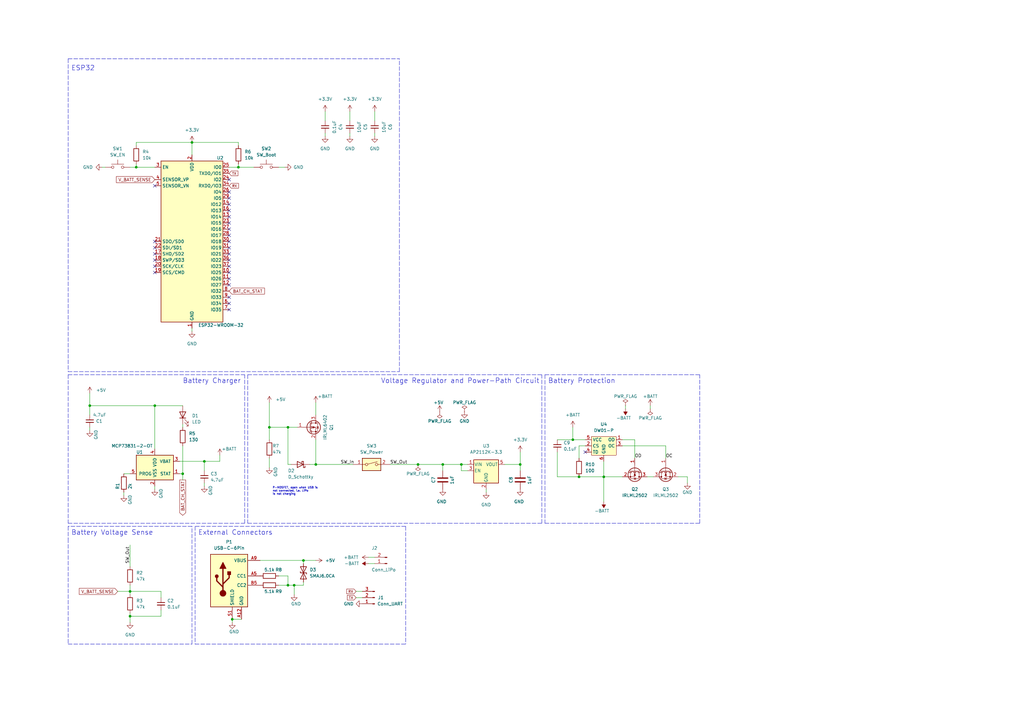
<source format=kicad_sch>
(kicad_sch (version 20211123) (generator eeschema)
  (paper "A3")
  (lib_symbols
    (symbol "Battery_Management:MCP73831-2-OT" (pin_names (offset 1.016))
      (property "Reference" "U" (at -7.62 6.35 0))
      (property "Value" "MCP73831-2-OT" (at 1.27 6.35 0))
      (symbol "MCP73831-2-OT_0_1"
        (rectangle (start -7.62 5.08) (end 7.62 -5.08) (stroke (width 0.254)) (fill (type background)))
      )
      (symbol "MCP73831-2-OT_1_1"
        (pin output line (at 10.16 -2.54 180) (length 2.54) (name "STAT") (number "1"))
        (pin power_in line (at 0 -7.62 90) (length 2.54) (name "VSS") (number "2"))
        (pin power_out line (at 10.16 2.54 180) (length 2.54) (name "VBAT") (number "3"))
        (pin power_in line (at 0 7.62 270) (length 2.54) (name "VDD") (number "4"))
        (pin input line (at -10.16 -2.54 0) (length 2.54) (name "PROG") (number "5"))
      )
    )
    (symbol "Connector:Conn_01x02_Male" (pin_names (offset 1.016) hide)
      (property "Reference" "J" (at 0 2.54 0))
      (property "Value" "Conn_01x02_Male" (at 0 -5.08 0))
      (symbol "Conn_01x02_Male_1_1"
        (polyline (pts (xy 1.27 -2.54) (xy 0.8636 -2.54)) (stroke (width 0.1524)))
        (polyline (pts (xy 1.27 0) (xy 0.8636 0)) (stroke (width 0.1524)))
        (rectangle (start 0.8636 -2.413) (end 0 -2.667) (stroke (width 0.1524)) (fill (type outline)))
        (rectangle (start 0.8636 0.127) (end 0 -0.127) (stroke (width 0.1524)) (fill (type outline)))
        (pin passive line (at 5.08 0 180) (length 3.81) (name "Pin_1") (number "1"))
        (pin passive line (at 5.08 -2.54 180) (length 3.81) (name "Pin_2") (number "2"))
      )
    )
    (symbol "Connector:Conn_01x03_Male" (pin_names (offset 1.016) hide)
      (property "Reference" "J" (at 0 5.08 0))
      (property "Value" "Conn_01x03_Male" (at 0 -5.08 0))
      (symbol "Conn_01x03_Male_1_1"
        (polyline (pts (xy 1.27 -2.54) (xy 0.8636 -2.54)) (stroke (width 0.1524)))
        (polyline (pts (xy 1.27 0) (xy 0.8636 0)) (stroke (width 0.1524)))
        (polyline (pts (xy 1.27 2.54) (xy 0.8636 2.54)) (stroke (width 0.1524)))
        (rectangle (start 0.8636 -2.413) (end 0 -2.667) (stroke (width 0.1524)) (fill (type outline)))
        (rectangle (start 0.8636 0.127) (end 0 -0.127) (stroke (width 0.1524)) (fill (type outline)))
        (rectangle (start 0.8636 2.667) (end 0 2.413) (stroke (width 0.1524)) (fill (type outline)))
        (pin passive line (at 5.08 2.54 180) (length 3.81) (name "Pin_1") (number "1"))
        (pin passive line (at 5.08 0 180) (length 3.81) (name "Pin_2") (number "2"))
        (pin passive line (at 5.08 -2.54 180) (length 3.81) (name "Pin_3") (number "3"))
      )
    )
    (symbol "Custom:DW01-P"
      (property "Reference" "U" (at -3.81 5.08 0))
      (property "Value" "DW01-P" (at 5.08 -5.08 0))
      (symbol "DW01-P_0_1"
        (rectangle (start -5.08 3.81) (end 5.08 -3.81) (fill (type background)))
      )
      (symbol "DW01-P_1_1"
        (pin output line (at 7.62 2.54 180) (length 2.54) (name "OD") (number "1"))
        (pin input line (at -7.62 0 0) (length 2.54) (name "CS") (number "2"))
        (pin output line (at 7.62 0 180) (length 2.54) (name "OC") (number "3"))
        (pin input line (at -7.62 -2.54 0) (length 2.54) (name "TD") (number "4"))
        (pin power_in line (at -7.62 2.54 0) (length 2.54) (name "VCC") (number "5"))
        (pin power_in line (at 0 -6.35 90) (length 2.54) (name "GND") (number "6"))
      )
    )
    (symbol "Custom:USB-C-6Pin"
      (property "Reference" "P" (at -7.62 11.43 0))
      (property "Value" "USB-C-6Pin" (at -2.54 13.97 0))
      (symbol "USB-C-6Pin_0_1"
        (rectangle (start -8.89 10.16) (end 6.35 -11.43) (stroke (width 0.254)) (fill (type background)))
        (circle (center -6.35 1.143) (radius 0.635) (stroke (width 0.254)) (fill (type outline)))
        (circle (center -3.81 -5.842) (radius 1.27) (fill (type outline)))
        (rectangle (start -1.905 1.778) (end -0.635 3.048) (stroke (width 0.254)) (fill (type outline)))
        (polyline (pts (xy -3.81 -5.842) (xy -3.81 4.318)) (stroke (width 0.508)))
        (polyline (pts (xy -3.81 -3.302) (xy -6.35 -0.762) (xy -6.35 0.508)) (stroke (width 0.508)))
        (polyline (pts (xy -3.81 -2.032) (xy -1.27 0.508) (xy -1.27 1.778)) (stroke (width 0.508)))
        (polyline (pts (xy -5.08 4.318) (xy -3.81 6.858) (xy -2.54 4.318) (xy -5.08 4.318)) (stroke (width 0.254)) (fill (type outline)))
      )
      (symbol "USB-C-6Pin_1_1"
        (pin passive line (at 3.81 -16.51 90) (length 5.08) (name "GND") (number "A12"))
        (pin bidirectional line (at 11.43 1.27 180) (length 5.08) (name "CC1") (number "A5"))
        (pin passive line (at 11.43 7.62 180) (length 5.08) (name "VBUS") (number "A9"))
        (pin passive line (at 3.81 -16.51 90) (length 5.08) hide (name "GND") (number "B12"))
        (pin bidirectional line (at 11.43 -2.54 180) (length 5.08) (name "CC2") (number "B5"))
        (pin passive line (at 11.43 7.62 180) (length 5.08) hide (name "VBUS") (number "B9"))
        (pin passive line (at 0 -16.51 90) (length 5.08) (name "SHIELD") (number "S1"))
      )
    )
    (symbol "Device:C" (pin_numbers hide) (pin_names (offset 0.254))
      (property "Reference" "C" (at 0.635 2.54 0))
      (property "Value" "C" (at 0.635 -2.54 0))
      (symbol "C_0_1"
        (polyline (pts (xy -2.032 -0.762) (xy 2.032 -0.762)) (stroke (width 0.508)))
        (polyline (pts (xy -2.032 0.762) (xy 2.032 0.762)) (stroke (width 0.508)))
      )
      (symbol "C_1_1"
        (pin passive line (at 0 3.81 270) (length 2.794) (name "~") (number "1"))
        (pin passive line (at 0 -3.81 90) (length 2.794) (name "~") (number "2"))
      )
    )
    (symbol "Device:C_Small" (pin_numbers hide) (pin_names (offset 0.254) hide)
      (property "Reference" "C" (at 0.254 1.778 0))
      (property "Value" "C_Small" (at 0.254 -2.032 0))
      (symbol "C_Small_0_1"
        (polyline (pts (xy -1.524 -0.508) (xy 1.524 -0.508)) (stroke (width 0.3302)))
        (polyline (pts (xy -1.524 0.508) (xy 1.524 0.508)) (stroke (width 0.3048)))
      )
      (symbol "C_Small_1_1"
        (pin passive line (at 0 2.54 270) (length 2.032) (name "~") (number "1"))
        (pin passive line (at 0 -2.54 90) (length 2.032) (name "~") (number "2"))
      )
    )
    (symbol "Device:D_Schottky" (pin_numbers hide) (pin_names (offset 1.016) hide)
      (property "Reference" "D" (at 0 2.54 0))
      (property "Value" "D_Schottky" (at 0 -2.54 0))
      (symbol "D_Schottky_0_1"
        (polyline (pts (xy 1.27 0) (xy -1.27 0)))
        (polyline (pts (xy 1.27 1.27) (xy 1.27 -1.27) (xy -1.27 0) (xy 1.27 1.27)) (stroke (width 0.254)))
        (polyline (pts (xy -1.905 0.635) (xy -1.905 1.27) (xy -1.27 1.27) (xy -1.27 -1.27) (xy -0.635 -1.27) (xy -0.635 -0.635)) (stroke (width 0.254)))
      )
      (symbol "D_Schottky_1_1"
        (pin passive line (at -3.81 0 0) (length 2.54) (name "K") (number "1"))
        (pin passive line (at 3.81 0 180) (length 2.54) (name "A") (number "2"))
      )
    )
    (symbol "Device:D_TVS" (pin_numbers hide) (pin_names (offset 1.016) hide)
      (property "Reference" "D" (at 0 2.54 0))
      (property "Value" "D_TVS" (at 0 -2.54 0))
      (symbol "D_TVS_0_1"
        (polyline (pts (xy 1.27 0) (xy -1.27 0)))
        (polyline (pts (xy 0.508 1.27) (xy 0 1.27) (xy 0 -1.27) (xy -0.508 -1.27)) (stroke (width 0.254)))
        (polyline (pts (xy -2.54 1.27) (xy -2.54 -1.27) (xy 2.54 1.27) (xy 2.54 -1.27) (xy -2.54 1.27)) (stroke (width 0.254)))
      )
      (symbol "D_TVS_1_1"
        (pin passive line (at -3.81 0 0) (length 2.54) (name "A1") (number "1"))
        (pin passive line (at 3.81 0 180) (length 2.54) (name "A2") (number "2"))
      )
    )
    (symbol "Device:LED" (pin_numbers hide) (pin_names (offset 1.016) hide)
      (property "Reference" "D" (at 0 2.54 0))
      (property "Value" "LED" (at 0 -2.54 0))
      (symbol "LED_0_1"
        (polyline (pts (xy -1.27 -1.27) (xy -1.27 1.27)) (stroke (width 0.254)))
        (polyline (pts (xy -1.27 0) (xy 1.27 0)))
        (polyline (pts (xy 1.27 -1.27) (xy 1.27 1.27) (xy -1.27 0) (xy 1.27 -1.27)) (stroke (width 0.254)))
        (polyline (pts (xy -3.048 -0.762) (xy -4.572 -2.286) (xy -3.81 -2.286) (xy -4.572 -2.286) (xy -4.572 -1.524)))
        (polyline (pts (xy -1.778 -0.762) (xy -3.302 -2.286) (xy -2.54 -2.286) (xy -3.302 -2.286) (xy -3.302 -1.524)))
      )
      (symbol "LED_1_1"
        (pin passive line (at -3.81 0 0) (length 2.54) (name "K") (number "1"))
        (pin passive line (at 3.81 0 180) (length 2.54) (name "A") (number "2"))
      )
    )
    (symbol "Device:Q_NMOS_GSD" (pin_names (offset 0) hide)
      (property "Reference" "Q" (at 5.08 1.27 0))
      (property "Value" "Q_NMOS_GSD" (at 5.08 -1.27 0))
      (symbol "Q_NMOS_GSD_0_1"
        (polyline (pts (xy 0.254 0) (xy -2.54 0)))
        (polyline (pts (xy 0.254 1.905) (xy 0.254 -1.905)) (stroke (width 0.254)))
        (polyline (pts (xy 0.762 -1.27) (xy 0.762 -2.286)) (stroke (width 0.254)))
        (polyline (pts (xy 0.762 0.508) (xy 0.762 -0.508)) (stroke (width 0.254)))
        (polyline (pts (xy 0.762 2.286) (xy 0.762 1.27)) (stroke (width 0.254)))
        (polyline (pts (xy 2.54 2.54) (xy 2.54 1.778)))
        (polyline (pts (xy 2.54 -2.54) (xy 2.54 0) (xy 0.762 0)))
        (polyline (pts (xy 0.762 -1.778) (xy 3.302 -1.778) (xy 3.302 1.778) (xy 0.762 1.778)))
        (polyline (pts (xy 1.016 0) (xy 2.032 0.381) (xy 2.032 -0.381) (xy 1.016 0)) (fill (type outline)))
        (polyline (pts (xy 2.794 0.508) (xy 2.921 0.381) (xy 3.683 0.381) (xy 3.81 0.254)))
        (polyline (pts (xy 3.302 0.381) (xy 2.921 -0.254) (xy 3.683 -0.254) (xy 3.302 0.381)))
        (circle (center 1.651 0) (radius 2.794) (stroke (width 0.254)))
        (circle (center 2.54 -1.778) (radius 0.254) (fill (type outline)))
        (circle (center 2.54 1.778) (radius 0.254) (fill (type outline)))
      )
      (symbol "Q_NMOS_GSD_1_1"
        (pin input line (at -5.08 0 0) (length 2.54) (name "G") (number "1"))
        (pin passive line (at 2.54 -5.08 90) (length 2.54) (name "S") (number "2"))
        (pin passive line (at 2.54 5.08 270) (length 2.54) (name "D") (number "3"))
      )
    )
    (symbol "Device:R" (pin_numbers hide) (pin_names (offset 0))
      (property "Reference" "R" (at 2.032 0 90))
      (property "Value" "R" (at 0 0 90))
      (symbol "R_0_1"
        (rectangle (start -1.016 -2.54) (end 1.016 2.54) (stroke (width 0.254)))
      )
      (symbol "R_1_1"
        (pin passive line (at 0 3.81 270) (length 1.27) (name "~") (number "1"))
        (pin passive line (at 0 -3.81 90) (length 1.27) (name "~") (number "2"))
      )
    )
    (symbol "RF_Module:ESP32-WROOM-32"
      (property "Reference" "U" (at -12.7 34.29 0))
      (property "Value" "ESP32-WROOM-32" (at 1.27 34.29 0))
      (symbol "ESP32-WROOM-32_0_1"
        (rectangle (start -12.7 33.02) (end 12.7 -33.02) (stroke (width 0.254)) (fill (type background)))
      )
      (symbol "ESP32-WROOM-32_1_1"
        (pin power_in line (at 0 -35.56 90) (length 2.54) (name "GND") (number "1"))
        (pin bidirectional line (at 15.24 -12.7 180) (length 2.54) (name "IO25") (number "10"))
        (pin bidirectional line (at 15.24 -15.24 180) (length 2.54) (name "IO26") (number "11"))
        (pin bidirectional line (at 15.24 -17.78 180) (length 2.54) (name "IO27") (number "12"))
        (pin bidirectional line (at 15.24 10.16 180) (length 2.54) (name "IO14") (number "13"))
        (pin bidirectional line (at 15.24 15.24 180) (length 2.54) (name "IO12") (number "14"))
        (pin passive line (at 0 -35.56 90) (length 2.54) hide (name "GND") (number "15"))
        (pin bidirectional line (at 15.24 12.7 180) (length 2.54) (name "IO13") (number "16"))
        (pin bidirectional line (at -15.24 -5.08 0) (length 2.54) (name "SHD/SD2") (number "17"))
        (pin bidirectional line (at -15.24 -7.62 0) (length 2.54) (name "SWP/SD3") (number "18"))
        (pin bidirectional line (at -15.24 -12.7 0) (length 2.54) (name "SCS/CMD") (number "19"))
        (pin power_in line (at 0 35.56 270) (length 2.54) (name "VDD") (number "2"))
        (pin bidirectional line (at -15.24 -10.16 0) (length 2.54) (name "SCK/CLK") (number "20"))
        (pin bidirectional line (at -15.24 0 0) (length 2.54) (name "SDO/SD0") (number "21"))
        (pin bidirectional line (at -15.24 -2.54 0) (length 2.54) (name "SDI/SD1") (number "22"))
        (pin bidirectional line (at 15.24 7.62 180) (length 2.54) (name "IO15") (number "23"))
        (pin bidirectional line (at 15.24 25.4 180) (length 2.54) (name "IO2") (number "24"))
        (pin bidirectional line (at 15.24 30.48 180) (length 2.54) (name "IO0") (number "25"))
        (pin bidirectional line (at 15.24 20.32 180) (length 2.54) (name "IO4") (number "26"))
        (pin bidirectional line (at 15.24 5.08 180) (length 2.54) (name "IO16") (number "27"))
        (pin bidirectional line (at 15.24 2.54 180) (length 2.54) (name "IO17") (number "28"))
        (pin bidirectional line (at 15.24 17.78 180) (length 2.54) (name "IO5") (number "29"))
        (pin input line (at -15.24 30.48 0) (length 2.54) (name "EN") (number "3"))
        (pin bidirectional line (at 15.24 0 180) (length 2.54) (name "IO18") (number "30"))
        (pin bidirectional line (at 15.24 -2.54 180) (length 2.54) (name "IO19") (number "31"))
        (pin no_connect line (at -12.7 -27.94 0) (length 2.54) hide (name "NC") (number "32"))
        (pin bidirectional line (at 15.24 -5.08 180) (length 2.54) (name "IO21") (number "33"))
        (pin bidirectional line (at 15.24 22.86 180) (length 2.54) (name "RXD0/IO3") (number "34"))
        (pin bidirectional line (at 15.24 27.94 180) (length 2.54) (name "TXD0/IO1") (number "35"))
        (pin bidirectional line (at 15.24 -7.62 180) (length 2.54) (name "IO22") (number "36"))
        (pin bidirectional line (at 15.24 -10.16 180) (length 2.54) (name "IO23") (number "37"))
        (pin passive line (at 0 -35.56 90) (length 2.54) hide (name "GND") (number "38"))
        (pin passive line (at 0 -35.56 90) (length 2.54) hide (name "GND") (number "39"))
        (pin input line (at -15.24 25.4 0) (length 2.54) (name "SENSOR_VP") (number "4"))
        (pin input line (at -15.24 22.86 0) (length 2.54) (name "SENSOR_VN") (number "5"))
        (pin input line (at 15.24 -25.4 180) (length 2.54) (name "IO34") (number "6"))
        (pin input line (at 15.24 -27.94 180) (length 2.54) (name "IO35") (number "7"))
        (pin bidirectional line (at 15.24 -20.32 180) (length 2.54) (name "IO32") (number "8"))
        (pin bidirectional line (at 15.24 -22.86 180) (length 2.54) (name "IO33") (number "9"))
      )
    )
    (symbol "Regulator_Linear:AP2112K-3.3" (pin_names (offset 0.254))
      (property "Reference" "U" (at -5.08 5.715 0))
      (property "Value" "AP2112K-3.3" (at 0 5.715 0))
      (symbol "AP2112K-3.3_0_1"
        (rectangle (start -5.08 4.445) (end 5.08 -5.08) (stroke (width 0.254)) (fill (type background)))
      )
      (symbol "AP2112K-3.3_1_1"
        (pin power_in line (at -7.62 2.54 0) (length 2.54) (name "VIN") (number "1"))
        (pin power_in line (at 0 -7.62 90) (length 2.54) (name "GND") (number "2"))
        (pin input line (at -7.62 0 0) (length 2.54) (name "EN") (number "3"))
        (pin no_connect line (at 5.08 0 180) (length 2.54) hide (name "NC") (number "4"))
        (pin power_out line (at 7.62 2.54 180) (length 2.54) (name "VOUT") (number "5"))
      )
    )
    (symbol "Switch:SW_DIP_x01" (pin_names (offset 0) hide)
      (property "Reference" "SW" (at 0 3.81 0))
      (property "Value" "SW_DIP_x01" (at 0 -3.81 0))
      (symbol "SW_DIP_x01_0_0"
        (circle (center -2.032 0) (radius 0.508))
        (polyline (pts (xy -1.524 0.127) (xy 2.3622 1.1684)))
        (circle (center 2.032 0) (radius 0.508))
      )
      (symbol "SW_DIP_x01_0_1"
        (rectangle (start -3.81 2.54) (end 3.81 -2.54) (stroke (width 0.254)) (fill (type background)))
      )
      (symbol "SW_DIP_x01_1_1"
        (pin passive line (at -7.62 0 0) (length 5.08) (name "~") (number "1"))
        (pin passive line (at 7.62 0 180) (length 5.08) (name "~") (number "2"))
      )
    )
    (symbol "Switch:SW_Push" (pin_numbers hide) (pin_names (offset 1.016) hide)
      (property "Reference" "SW" (at 1.27 2.54 0))
      (property "Value" "SW_Push" (at 0 -1.524 0))
      (symbol "SW_Push_0_1"
        (circle (center -2.032 0) (radius 0.508))
        (polyline (pts (xy 0 1.27) (xy 0 3.048)))
        (polyline (pts (xy 2.54 1.27) (xy -2.54 1.27)))
        (circle (center 2.032 0) (radius 0.508))
        (pin passive line (at -5.08 0 0) (length 2.54) (name "1") (number "1"))
        (pin passive line (at 5.08 0 180) (length 2.54) (name "2") (number "2"))
      )
    )
    (symbol "Transistor_FET:IRLML6402" (pin_names hide)
      (property "Reference" "Q" (at 5.08 1.905 0))
      (property "Value" "IRLML6402" (at 5.08 0 0))
      (symbol "IRLML6402_0_1"
        (polyline (pts (xy 0.254 0) (xy -2.54 0)))
        (polyline (pts (xy 0.254 1.905) (xy 0.254 -1.905)) (stroke (width 0.254)))
        (polyline (pts (xy 0.762 -1.27) (xy 0.762 -2.286)) (stroke (width 0.254)))
        (polyline (pts (xy 0.762 0.508) (xy 0.762 -0.508)) (stroke (width 0.254)))
        (polyline (pts (xy 0.762 2.286) (xy 0.762 1.27)) (stroke (width 0.254)))
        (polyline (pts (xy 2.54 2.54) (xy 2.54 1.778)))
        (polyline (pts (xy 2.54 -2.54) (xy 2.54 0) (xy 0.762 0)))
        (polyline (pts (xy 0.762 1.778) (xy 3.302 1.778) (xy 3.302 -1.778) (xy 0.762 -1.778)))
        (polyline (pts (xy 2.286 0) (xy 1.27 0.381) (xy 1.27 -0.381) (xy 2.286 0)) (fill (type outline)))
        (polyline (pts (xy 2.794 -0.508) (xy 2.921 -0.381) (xy 3.683 -0.381) (xy 3.81 -0.254)))
        (polyline (pts (xy 3.302 -0.381) (xy 2.921 0.254) (xy 3.683 0.254) (xy 3.302 -0.381)))
        (circle (center 1.651 0) (radius 2.794) (stroke (width 0.254)))
        (circle (center 2.54 -1.778) (radius 0.254) (fill (type outline)))
        (circle (center 2.54 1.778) (radius 0.254) (fill (type outline)))
      )
      (symbol "IRLML6402_1_1"
        (pin input line (at -5.08 0 0) (length 2.54) (name "G") (number "1"))
        (pin passive line (at 2.54 -5.08 90) (length 2.54) (name "S") (number "2"))
        (pin passive line (at 2.54 5.08 270) (length 2.54) (name "D") (number "3"))
      )
    )
    (symbol "power:+3.3V" (power) (pin_names (offset 0))
      (property "Value" "+3.3V" (at 0 3.556 0))
      (symbol "+3.3V_0_1"
        (polyline (pts (xy -0.762 1.27) (xy 0 2.54)))
        (polyline (pts (xy 0 0) (xy 0 2.54)))
        (polyline (pts (xy 0 2.54) (xy 0.762 1.27)))
      )
      (symbol "+3.3V_1_1"
        (pin power_in line (at 0 0 90) (length 0) hide (name "+3.3V") (number "1"))
      )
    )
    (symbol "power:+5V" (power) (pin_names (offset 0))
      (property "Value" "+5V" (at 0 3.556 0))
      (symbol "+5V_0_1"
        (polyline (pts (xy -0.762 1.27) (xy 0 2.54)))
        (polyline (pts (xy 0 0) (xy 0 2.54)))
        (polyline (pts (xy 0 2.54) (xy 0.762 1.27)))
      )
      (symbol "+5V_1_1"
        (pin power_in line (at 0 0 90) (length 0) hide (name "+5V") (number "1"))
      )
    )
    (symbol "power:+BATT" (power) (pin_names (offset 0))
      (property "Value" "+BATT" (at 0 3.556 0))
      (symbol "+BATT_0_1"
        (polyline (pts (xy -0.762 1.27) (xy 0 2.54)))
        (polyline (pts (xy 0 0) (xy 0 2.54)))
        (polyline (pts (xy 0 2.54) (xy 0.762 1.27)))
      )
      (symbol "+BATT_1_1"
        (pin power_in line (at 0 0 90) (length 0) hide (name "+BATT") (number "1"))
      )
    )
    (symbol "power:-BATT" (power) (pin_names (offset 0))
      (property "Value" "-BATT" (at 0 3.556 0))
      (symbol "-BATT_0_1"
        (polyline (pts (xy 0 0) (xy 0 2.54)))
        (polyline (pts (xy 0.762 1.27) (xy -0.762 1.27) (xy 0 2.54) (xy 0.762 1.27)) (fill (type outline)))
      )
      (symbol "-BATT_1_1"
        (pin power_in line (at 0 0 90) (length 0) hide (name "-BATT") (number "1"))
      )
    )
    (symbol "power:GND" (power) (pin_names (offset 0))
      (property "Value" "GND" (at 0 -3.81 0))
      (symbol "GND_0_1"
        (polyline (pts (xy 0 0) (xy 0 -1.27) (xy 1.27 -1.27) (xy 0 -2.54) (xy -1.27 -1.27) (xy 0 -1.27)))
      )
      (symbol "GND_1_1"
        (pin power_in line (at 0 0 270) (length 0) hide (name "GND") (number "1"))
      )
    )
    (symbol "power:PWR_FLAG" (power) (pin_numbers hide) (pin_names (offset 0) hide)
      (property "Value" "PWR_FLAG" (at 0 3.81 0))
      (symbol "PWR_FLAG_0_0"
        (pin power_out line (at 0 0 90) (length 0) (name "pwr") (number "1"))
      )
      (symbol "PWR_FLAG_0_1"
        (polyline (pts (xy 0 0) (xy 0 1.27) (xy -1.016 1.905) (xy 0 2.54) (xy 1.016 1.905) (xy 0 1.27)))
      )
    )
  )
  (junction (at 247.65 195.58))
  (junction (at 78.74 58.42))
  (junction (at 213.36 190.5))
  (junction (at 95.25 254))
  (junction (at 124.46 229.87))
  (junction (at 118.11 175.26))
  (junction (at 118.11 240.03))
  (junction (at 97.79 68.58))
  (junction (at 171.45 190.5))
  (junction (at 129.54 190.5))
  (junction (at 110.49 175.26))
  (junction (at 53.34 252.73))
  (junction (at 36.83 166.37))
  (junction (at 120.65 240.03))
  (junction (at 234.95 180.34))
  (junction (at 74.93 194.31))
  (junction (at 63.5 166.37))
  (junction (at 237.49 195.58))
  (junction (at 53.34 242.57))
  (junction (at 181.61 190.5))
  (junction (at 83.82 189.23))
  (junction (at 189.23 190.5))
  (junction (at 55.88 68.58))
  (no_connect (at 93.98 91.44))
  (no_connect (at 93.98 88.9))
  (no_connect (at 93.98 83.82))
  (no_connect (at 93.98 73.66))
  (no_connect (at 63.5 76.2))
  (no_connect (at 63.5 106.68))
  (no_connect (at 63.5 109.22))
  (no_connect (at 63.5 111.76))
  (no_connect (at 63.5 104.14))
  (no_connect (at 63.5 99.06))
  (no_connect (at 63.5 101.6))
  (no_connect (at 93.98 116.84))
  (no_connect (at 93.98 121.92))
  (no_connect (at 93.98 124.46))
  (no_connect (at 93.98 127))
  (no_connect (at 93.98 81.28))
  (no_connect (at 93.98 93.98))
  (no_connect (at 93.98 86.36))
  (no_connect (at 93.98 101.6))
  (no_connect (at 93.98 114.3))
  (no_connect (at 240.03 185.42))
  (no_connect (at 93.98 106.68))
  (no_connect (at 93.98 109.22))
  (no_connect (at 93.98 111.76))
  (no_connect (at 93.98 99.06))
  (no_connect (at 93.98 78.74))
  (no_connect (at 93.98 96.52))
  (no_connect (at 93.98 104.14))
  (wire (pts (xy 78.74 134.62) (xy 78.74 135.89)))
  (wire (pts (xy 247.65 195.58) (xy 255.27 195.58)))
  (wire (pts (xy 53.34 68.58) (xy 55.88 68.58)))
  (wire (pts (xy 53.34 242.57) (xy 53.34 243.84)))
  (wire (pts (xy 74.93 182.88) (xy 74.93 194.31)))
  (polyline (pts (xy 166.37 215.9) (xy 80.01 215.9)))
  (polyline (pts (xy 27.94 264.16) (xy 78.74 264.16)))
  (wire (pts (xy 63.5 166.37) (xy 74.93 166.37)))
  (wire (pts (xy 110.49 165.1) (xy 110.49 175.26)))
  (wire (pts (xy 110.49 175.26) (xy 110.49 180.34)))
  (polyline (pts (xy 223.52 214.63) (xy 287.02 214.63)))
  (wire (pts (xy 228.6 195.58) (xy 237.49 195.58)))
  (wire (pts (xy 234.95 180.34) (xy 240.03 180.34)))
  (wire (pts (xy 95.25 254) (xy 99.06 254)))
  (wire (pts (xy 181.61 190.5) (xy 189.23 190.5)))
  (wire (pts (xy 93.98 68.58) (xy 97.79 68.58)))
  (wire (pts (xy 153.67 45.72) (xy 153.67 49.53)))
  (wire (pts (xy 95.25 254) (xy 95.25 255.27)))
  (polyline (pts (xy 101.6 153.67) (xy 101.6 214.63)))
  (wire (pts (xy 114.3 68.58) (xy 116.84 68.58)))
  (wire (pts (xy 83.82 198.12) (xy 83.82 199.39)))
  (wire (pts (xy 118.11 190.5) (xy 118.11 175.26)))
  (wire (pts (xy 146.05 245.11) (xy 148.59 245.11)))
  (wire (pts (xy 273.05 182.88) (xy 273.05 187.96)))
  (polyline (pts (xy 287.02 214.63) (xy 287.02 153.67)))
  (wire (pts (xy 281.94 198.12) (xy 281.94 195.58)))
  (polyline (pts (xy 27.94 153.67) (xy 100.33 153.67)))
  (polyline (pts (xy 80.01 215.9) (xy 80.01 264.16)))
  (polyline (pts (xy 163.83 152.4) (xy 163.83 24.13)))
  (wire (pts (xy 151.13 228.6) (xy 153.67 228.6)))
  (polyline (pts (xy 223.52 153.67) (xy 223.52 214.63)))
  (wire (pts (xy 119.38 190.5) (xy 118.11 190.5)))
  (wire (pts (xy 247.65 205.74) (xy 247.65 195.58)))
  (wire (pts (xy 78.74 58.42) (xy 78.74 63.5)))
  (polyline (pts (xy 101.6 214.63) (xy 222.25 214.63)))
  (wire (pts (xy 143.51 45.72) (xy 143.51 49.53)))
  (polyline (pts (xy 27.94 24.13) (xy 27.94 152.4)))
  (wire (pts (xy 189.23 190.5) (xy 191.77 190.5)))
  (wire (pts (xy 53.34 240.03) (xy 53.34 242.57)))
  (wire (pts (xy 129.54 190.5) (xy 144.78 190.5)))
  (wire (pts (xy 133.35 55.88) (xy 133.35 54.61)))
  (wire (pts (xy 255.27 180.34) (xy 260.35 180.34)))
  (wire (pts (xy 124.46 238.76) (xy 124.46 240.03)))
  (wire (pts (xy 97.79 67.31) (xy 97.79 68.58)))
  (wire (pts (xy 63.5 166.37) (xy 63.5 184.15)))
  (wire (pts (xy 124.46 240.03) (xy 120.65 240.03)))
  (polyline (pts (xy 166.37 215.9) (xy 166.37 264.16)))
  (wire (pts (xy 55.88 67.31) (xy 55.88 68.58)))
  (wire (pts (xy 36.83 166.37) (xy 36.83 170.18)))
  (wire (pts (xy 50.8 194.31) (xy 53.34 194.31)))
  (polyline (pts (xy 101.6 153.67) (xy 222.25 153.67)))
  (wire (pts (xy 83.82 193.04) (xy 83.82 189.23)))
  (wire (pts (xy 260.35 180.34) (xy 260.35 187.96)))
  (wire (pts (xy 114.3 236.22) (xy 118.11 236.22)))
  (polyline (pts (xy 27.94 24.13) (xy 163.83 24.13)))
  (wire (pts (xy 181.61 190.5) (xy 181.61 193.04)))
  (wire (pts (xy 151.13 231.14) (xy 153.67 231.14)))
  (polyline (pts (xy 78.74 215.9) (xy 27.94 215.9)))
  (wire (pts (xy 48.26 242.57) (xy 53.34 242.57)))
  (wire (pts (xy 73.66 194.31) (xy 74.93 194.31)))
  (wire (pts (xy 124.46 229.87) (xy 129.54 229.87)))
  (wire (pts (xy 53.34 223.52) (xy 53.34 232.41)))
  (wire (pts (xy 114.3 240.03) (xy 118.11 240.03)))
  (wire (pts (xy 50.8 201.93) (xy 50.8 203.2)))
  (wire (pts (xy 53.34 252.73) (xy 66.04 252.73)))
  (wire (pts (xy 120.65 240.03) (xy 120.65 243.84)))
  (wire (pts (xy 255.27 182.88) (xy 273.05 182.88)))
  (wire (pts (xy 247.65 189.23) (xy 247.65 195.58)))
  (polyline (pts (xy 100.33 214.63) (xy 100.33 153.67)))
  (wire (pts (xy 146.05 242.57) (xy 148.59 242.57)))
  (wire (pts (xy 234.95 175.26) (xy 234.95 180.34)))
  (wire (pts (xy 266.7 166.37) (xy 266.7 167.64)))
  (wire (pts (xy 74.93 194.31) (xy 74.93 196.85)))
  (wire (pts (xy 228.6 185.42) (xy 228.6 195.58)))
  (wire (pts (xy 143.51 55.88) (xy 143.51 54.61)))
  (polyline (pts (xy 222.25 214.63) (xy 222.25 153.67)))
  (wire (pts (xy 36.83 166.37) (xy 63.5 166.37)))
  (polyline (pts (xy 27.94 214.63) (xy 100.33 214.63)))
  (wire (pts (xy 66.04 242.57) (xy 66.04 245.11)))
  (wire (pts (xy 118.11 236.22) (xy 118.11 240.03)))
  (wire (pts (xy 120.65 240.03) (xy 118.11 240.03)))
  (polyline (pts (xy 27.94 220.98) (xy 27.94 264.16)))
  (polyline (pts (xy 27.94 152.4) (xy 163.83 152.4)))
  (wire (pts (xy 83.82 189.23) (xy 90.17 189.23)))
  (wire (pts (xy 237.49 182.88) (xy 237.49 187.96)))
  (polyline (pts (xy 80.01 264.16) (xy 166.37 264.16)))
  (wire (pts (xy 41.91 68.58) (xy 43.18 68.58)))
  (wire (pts (xy 74.93 173.99) (xy 74.93 175.26)))
  (wire (pts (xy 124.46 229.87) (xy 124.46 231.14)))
  (wire (pts (xy 118.11 175.26) (xy 121.92 175.26)))
  (wire (pts (xy 110.49 187.96) (xy 110.49 191.77)))
  (wire (pts (xy 53.34 252.73) (xy 53.34 255.27)))
  (wire (pts (xy 199.39 200.66) (xy 199.39 201.93)))
  (wire (pts (xy 213.36 193.04) (xy 213.36 190.5)))
  (polyline (pts (xy 223.52 153.67) (xy 287.02 153.67)))
  (polyline (pts (xy 27.94 153.67) (xy 27.94 214.63)))
  (wire (pts (xy 171.45 190.5) (xy 181.61 190.5)))
  (wire (pts (xy 129.54 165.1) (xy 129.54 170.18)))
  (wire (pts (xy 63.5 68.58) (xy 55.88 68.58)))
  (wire (pts (xy 133.35 45.72) (xy 133.35 49.53)))
  (wire (pts (xy 189.23 190.5) (xy 189.23 193.04)))
  (wire (pts (xy 90.17 186.69) (xy 90.17 189.23)))
  (polyline (pts (xy 78.74 264.16) (xy 78.74 215.9)))
  (wire (pts (xy 106.68 229.87) (xy 124.46 229.87)))
  (wire (pts (xy 110.49 175.26) (xy 118.11 175.26)))
  (wire (pts (xy 73.66 189.23) (xy 83.82 189.23)))
  (wire (pts (xy 129.54 180.34) (xy 129.54 190.5)))
  (wire (pts (xy 265.43 195.58) (xy 267.97 195.58)))
  (wire (pts (xy 97.79 68.58) (xy 104.14 68.58)))
  (wire (pts (xy 97.79 59.69) (xy 97.79 58.42)))
  (wire (pts (xy 36.83 175.26) (xy 36.83 176.53)))
  (wire (pts (xy 127 190.5) (xy 129.54 190.5)))
  (wire (pts (xy 66.04 242.57) (xy 53.34 242.57)))
  (polyline (pts (xy 27.94 215.9) (xy 27.94 220.98)))
  (wire (pts (xy 160.02 190.5) (xy 171.45 190.5)))
  (wire (pts (xy 78.74 58.42) (xy 97.79 58.42)))
  (wire (pts (xy 53.34 251.46) (xy 53.34 252.73)))
  (wire (pts (xy 66.04 250.19) (xy 66.04 252.73)))
  (wire (pts (xy 256.54 166.37) (xy 256.54 167.64)))
  (wire (pts (xy 228.6 180.34) (xy 234.95 180.34)))
  (wire (pts (xy 207.01 190.5) (xy 213.36 190.5)))
  (wire (pts (xy 36.83 161.29) (xy 36.83 166.37)))
  (wire (pts (xy 237.49 195.58) (xy 247.65 195.58)))
  (wire (pts (xy 240.03 182.88) (xy 237.49 182.88)))
  (wire (pts (xy 63.5 200.66) (xy 63.5 199.39)))
  (wire (pts (xy 55.88 58.42) (xy 55.88 59.69)))
  (wire (pts (xy 55.88 58.42) (xy 78.74 58.42)))
  (wire (pts (xy 191.77 193.04) (xy 189.23 193.04)))
  (wire (pts (xy 278.13 195.58) (xy 281.94 195.58)))
  (wire (pts (xy 213.36 185.42) (xy 213.36 190.5)))
  (wire (pts (xy 153.67 55.88) (xy 153.67 54.61)))
  (text "ESP32" (at 29.21 29.21 0) (effects (font (size 2 2)) (justify left bottom)))
  (text "Battery Charger" (at 74.93 157.48 0) (effects (font (size 2 2)) (justify left bottom)))
  (text "Battery Protection" (at 224.79 157.48 0) (effects (font (size 2 2)) (justify left bottom)))
  (text "External Connectors" (at 81.28 219.71 0) (effects (font (size 2 2)) (justify left bottom)))
  (text "Battery Voltage Sense" (at 29.21 219.71 0) (effects (font (size 2 2)) (justify left bottom)))
  (text "Voltage Regulator and Power-Path Circuit" (at 156.21 157.48 0) (effects (font (size 2 2)) (justify left bottom)))
  (text "P-MOSFET, open when USB is \nnot connected, i.e. LiPo\nis not charging" (at 111.76 203.2 0) (effects (font (size 0.8 0.8)) (justify left bottom)))
  (label "OC" (at 273.05 187.96 0))
  (label "SW_In" (at 139.7 190.5 0))
  (label "SW_Out" (at 160.02 190.5 0))
  (label "SW_Out" (at 53.34 231.14 90))
  (label "OD" (at 260.35 187.96 0))
  (global_label "TX" (shape input) (at 93.98 71.12 0) (effects (font (size 1 1))) (property "Intersheet References" "${INTERSHEET_REFS}" (effects hide)))
  (global_label "BAT_CH_STAT" (shape input) (at 93.98 119.38 0) (property "Intersheet References" "${INTERSHEET_REFS}" (effects hide)))
  (global_label "BAT_CH_STAT" (shape output) (at 74.93 196.85 270) (property "Intersheet References" "${INTERSHEET_REFS}" (effects hide)))
  (global_label "V_BATT_SENSE" (shape input) (at 63.5 73.66 180) (property "Intersheet References" "${INTERSHEET_REFS}" (effects hide)))
  (global_label "RX" (shape input) (at 93.98 76.2 0) (effects (font (size 1 1))) (property "Intersheet References" "${INTERSHEET_REFS}" (effects hide)))
  (global_label "TX" (shape input) (at 146.05 245.11 180) (effects (font (size 1 1))) (property "Intersheet References" "${INTERSHEET_REFS}" (effects hide)))
  (global_label "V_BATT_SENSE" (shape input) (at 48.26 242.57 180) (property "Intersheet References" "${INTERSHEET_REFS}" (effects hide)))
  (global_label "RX" (shape input) (at 146.05 242.57 180) (effects (font (size 1 1))) (property "Intersheet References" "${INTERSHEET_REFS}" (effects hide)))
  (symbol (lib_id "power:GND") (at 213.36 200.66 0) (unit 1)
    (property "Reference" "#PWR032" (effects hide))
    (property "Value" "GND" (at 210.82 205.74 0) (effects (justify left)))
  )
  (symbol (lib_id "Device:R") (at 50.8 198.12 180) (unit 1)
    (property "Reference" "R1" (at 48.26 199.39 90))
    (property "Value" "2k" (at 53.34 199.39 90))
    (property "Footprint" "Resistor_SMD:R_0603_1608Metric_Pad0.98x0.95mm_HandSolder" (effects hide))
  )
  (symbol (lib_id "power:+5V") (at 180.34 168.91 0) (unit 1)
    (property "Reference" "#PWR027" (effects hide))
    (property "Value" "+5V" (at 177.8 165.1 0) (effects (justify left)))
  )
  (symbol (lib_id "Device:C_Small") (at 133.35 52.07 0) (unit 1)
    (property "Reference" "C4" (at 139.7 52.0763 90))
    (property "Value" "0.1uF" (at 137.16 52.0763 90))
    (property "Footprint" "Capacitor_SMD:C_0603_1608Metric_Pad1.08x0.95mm_HandSolder" (effects hide))
  )
  (symbol (lib_id "Device:C_Small") (at 228.6 182.88 0) (unit 1)
    (property "Reference" "C9" (at 231.14 181.6162 0) (effects (justify left)))
    (property "Value" "0.1uF" (at 231.14 184.1562 0) (effects (justify left)))
    (property "Footprint" "Capacitor_SMD:C_0603_1608Metric_Pad1.08x0.95mm_HandSolder" (effects hide))
  )
  (symbol (lib_id "power:GND") (at 110.49 191.77 0) (unit 1)
    (property "Reference" "#PWR013" (effects hide))
    (property "Value" "GND" (at 113.03 195.58 90) (effects (justify left)))
  )
  (symbol (lib_id "power:GND") (at 143.51 55.88 0) (unit 1)
    (property "Reference" "#PWR021" (effects hide))
    (property "Value" "GND" (at 143.51 60.96 0))
  )
  (symbol (lib_id "Device:LED") (at 74.93 170.18 90) (unit 1)
    (property "Reference" "D1" (at 78.74 170.4974 90) (effects (justify right)))
    (property "Value" "LED" (at 78.74 173.0374 90) (effects (justify right)))
    (property "Footprint" "LED_SMD:LED_1206_3216Metric" (effects hide))
  )
  (symbol (lib_id "RF_Module:ESP32-WROOM-32") (at 78.74 99.06 0) (unit 1)
    (property "Reference" "U2" (at 88.9 64.77 0) (effects (justify left)))
    (property "Value" "ESP32-WROOM-32" (at 81.28 133.35 0) (effects (justify left)))
    (property "Footprint" "RF_Module:ESP32-WROOM-32" (effects hide))
    (property "Datasheet" "https://www.espressif.com/sites/default/files/documentation/esp32-wroom-32_datasheet_en.pdf" (effects hide))
  )
  (symbol (lib_id "power:PWR_FLAG") (at 190.5 168.91 0) (unit 1)
    (property "Reference" "#FLG03" (effects hide))
    (property "Value" "PWR_FLAG" (at 190.5 165.1 0))
  )
  (symbol (lib_id "power:GND") (at 133.35 55.88 0) (unit 1)
    (property "Reference" "#PWR019" (effects hide))
    (property "Value" "GND" (at 133.35 60.96 0))
  )
  (symbol (lib_id "Connector:Conn_01x02_Male") (at 158.75 231.14 180) (unit 1)
    (property "Reference" "J2" (at 152.4 224.79 0) (effects (justify right)))
    (property "Value" "Conn_LiPo" (at 152.4 233.68 0) (effects (justify right)))
    (property "Footprint" "Connector_Wire:SolderWire-0.5sqmm_1x02_P4.8mm_D0.9mm_OD2.3mm" (effects hide))
  )
  (symbol (lib_id "power:GND") (at 181.61 200.66 0) (unit 1)
    (property "Reference" "#PWR028" (effects hide))
    (property "Value" "GND" (at 179.07 205.74 0) (effects (justify left)))
  )
  (symbol (lib_id "Device:C_Small") (at 36.83 172.72 0) (unit 1)
    (property "Reference" "C1" (at 39.37 172.72 0) (effects (justify left)))
    (property "Value" "4.7uF" (at 38.1 170.18 0) (effects (justify left)))
    (property "Footprint" "Capacitor_SMD:C_0805_2012Metric" (effects hide))
  )
  (symbol (lib_id "Connector:Conn_01x03_Male") (at 153.67 245.11 180) (unit 1)
    (property "Reference" "J1" (at 156.21 245.11 0))
    (property "Value" "Conn_UART" (at 160.02 247.65 0))
    (property "Footprint" "Connector_PinHeader_2.54mm:PinHeader_1x03_P2.54mm_Horizontal" (effects hide))
  )
  (symbol (lib_id "power:+BATT") (at 90.17 186.69 0) (unit 1)
    (property "Reference" "#PWR010" (effects hide))
    (property "Value" "+BATT" (at 93.98 184.15 0))
  )
  (symbol (lib_id "Device:R") (at 74.93 179.07 0) (unit 1)
    (property "Reference" "R5" (at 77.47 177.7999 0) (effects (justify left)))
    (property "Value" "130" (at 77.47 180.3399 0) (effects (justify left)))
    (property "Footprint" "Resistor_SMD:R_0603_1608Metric_Pad0.98x0.95mm_HandSolder" (effects hide))
  )
  (symbol (lib_id "Battery_Management:MCP73831-2-OT") (at 63.5 191.77 0) (unit 1)
    (property "Reference" "U1" (at 55.88 185.42 0) (effects (justify left)))
    (property "Value" "MCP73831-2-OT" (at 45.72 182.88 0) (effects (justify left)))
    (property "Footprint" "Package_TO_SOT_SMD:SOT-23-5_HandSoldering" (effects hide))
    (property "Datasheet" "http://ww1.microchip.com/downloads/en/DeviceDoc/20001984g.pdf" (effects hide))
  )
  (symbol (lib_id "Device:D_Schottky") (at 123.19 190.5 180) (unit 1)
    (property "Reference" "D2" (at 118.11 193.04 0) (effects (justify right)))
    (property "Value" "D_Schottky" (at 118.11 195.58 0) (effects (justify right)))
    (property "Footprint" "Diode_SMD:D_SMA_Handsoldering" (effects hide))
  )
  (symbol (lib_id "Device:D_TVS") (at 124.46 234.95 90) (unit 1)
    (property "Reference" "D3" (at 127 233.6799 90) (effects (justify right)))
    (property "Value" "SMAJ6.0CA" (at 127 236.2199 90) (effects (justify right)))
    (property "Footprint" "Diode_SMD:D_SMA" (effects hide))
  )
  (symbol (lib_id "power:GND") (at 120.65 243.84 0) (unit 1)
    (property "Reference" "#PWR015" (effects hide))
    (property "Value" "GND" (at 119.38 247.65 0) (effects (justify left)))
  )
  (symbol (lib_id "Device:R") (at 237.49 191.77 0) (unit 1)
    (property "Reference" "R10" (at 240.03 190.4999 0) (effects (justify left)))
    (property "Value" "100" (at 240.03 193.0399 0) (effects (justify left)))
    (property "Footprint" "Resistor_SMD:R_0603_1608Metric_Pad0.98x0.95mm_HandSolder" (effects hide))
  )
  (symbol (lib_id "power:+BATT") (at 129.54 165.1 0) (unit 1)
    (property "Reference" "#PWR016" (effects hide))
    (property "Value" "+BATT" (at 133.35 162.56 0))
  )
  (symbol (lib_id "power:GND") (at 153.67 55.88 0) (unit 1)
    (property "Reference" "#PWR024" (effects hide))
    (property "Value" "GND" (at 153.67 60.96 0))
  )
  (symbol (lib_id "power:+BATT") (at 234.95 175.26 0) (unit 1)
    (property "Reference" "#PWR033" (effects hide))
    (property "Value" "+BATT" (at 234.95 170.18 0))
  )
  (symbol (lib_id "power:PWR_FLAG") (at 180.34 168.91 180) (unit 1)
    (property "Reference" "#FLG02" (effects hide))
    (property "Value" "PWR_FLAG" (at 180.34 172.72 0))
  )
  (symbol (lib_id "power:+3.3V") (at 78.74 58.42 0) (unit 1)
    (property "Reference" "#PWR07" (effects hide))
    (property "Value" "+3.3V" (at 78.74 53.34 0))
  )
  (symbol (lib_id "power:-BATT") (at 256.54 167.64 180) (unit 1)
    (property "Reference" "#PWR035" (effects hide))
    (property "Value" "-BATT" (at 252.73 171.45 0) (effects (justify right)))
  )
  (symbol (lib_id "Device:C_Small") (at 143.51 52.07 0) (unit 1)
    (property "Reference" "C5" (at 149.86 52.0763 90))
    (property "Value" "10uF" (at 147.32 52.0763 90))
    (property "Footprint" "Capacitor_SMD:C_1206_3216Metric" (effects hide))
  )
  (symbol (lib_id "Transistor_FET:IRLML6402") (at 127 175.26 0) (unit 1)
    (property "Reference" "Q1" (at 135.89 175.26 90))
    (property "Value" "IRLML6402" (at 133.35 175.26 90))
    (property "Footprint" "Package_TO_SOT_SMD:SOT-23" (effects hide))
    (property "Datasheet" "https://www.infineon.com/dgdl/irlml6402pbf.pdf?fileId=5546d462533600a401535668d5c2263c" (effects hide))
  )
  (symbol (lib_id "power:GND") (at 199.39 201.93 0) (unit 1)
    (property "Reference" "#PWR030" (effects hide))
    (property "Value" "GND" (at 199.39 207.01 0))
  )
  (symbol (lib_id "power:+5V") (at 129.54 229.87 270) (unit 1)
    (property "Reference" "#PWR017" (effects hide))
    (property "Value" "+5V" (at 133.35 229.8699 90) (effects (justify left)))
  )
  (symbol (lib_id "Switch:SW_DIP_x01") (at 152.4 190.5 0) (unit 1)
    (property "Reference" "SW3" (at 152.4 182.88 0))
    (property "Value" "SW_Power" (at 152.4 185.42 0))
    (property "Footprint" "Connector_Wire:SolderWire-0.5sqmm_1x02_P4.8mm_D0.9mm_OD2.3mm" (effects hide))
  )
  (symbol (lib_id "power:+BATT") (at 151.13 228.6 90) (unit 1)
    (property "Reference" "#PWR025" (effects hide))
    (property "Value" "+BATT" (at 140.97 228.6 90) (effects (justify right)))
  )
  (symbol (lib_id "power:GND") (at 281.94 198.12 0) (unit 1)
    (property "Reference" "#PWR037" (effects hide))
    (property "Value" "GND" (at 281.94 201.93 0))
  )
  (symbol (lib_id "Device:C_Small") (at 153.67 52.07 0) (unit 1)
    (property "Reference" "C6" (at 160.02 52.0763 90))
    (property "Value" "10uF" (at 157.48 52.0763 90))
    (property "Footprint" "Capacitor_SMD:C_1206_3216Metric" (effects hide))
  )
  (symbol (lib_id "power:GND") (at 190.5 168.91 0) (unit 1)
    (property "Reference" "#PWR029" (effects hide))
    (property "Value" "GND" (at 190.5 172.72 0))
  )
  (symbol (lib_id "Device:Q_NMOS_GSD") (at 273.05 193.04 90) (mirror x) (unit 1)
    (property "Reference" "Q3" (at 273.05 200.66 90))
    (property "Value" "IRLML2502" (at 273.05 203.2 90))
    (property "Footprint" "Package_TO_SOT_SMD:SOT-23" (effects hide))
  )
  (symbol (lib_id "Switch:SW_Push") (at 109.22 68.58 0) (unit 1)
    (property "Reference" "SW2" (at 109.22 60.96 0))
    (property "Value" "SW_Boot" (at 109.22 63.5 0))
    (property "Footprint" "Button_Switch_THT:SW_PUSH_6mm_H5mm" (effects hide))
  )
  (symbol (lib_id "power:+BATT") (at 266.7 166.37 0) (unit 1)
    (property "Reference" "#PWR036" (effects hide))
    (property "Value" "+BATT" (at 266.7 162.56 0))
  )
  (symbol (lib_id "power:-BATT") (at 247.65 205.74 180) (unit 1)
    (property "Reference" "#PWR034" (effects hide))
    (property "Value" "-BATT" (at 243.84 209.55 0) (effects (justify right)))
  )
  (symbol (lib_id "Custom:USB-C-6Pin") (at 95.25 237.49 0) (unit 1)
    (property "Reference" "P1" (at 93.98 222.25 0))
    (property "Value" "USB-C-6Pin" (at 93.98 224.79 0))
    (property "Footprint" "Custom:USB_C_6Pin" (effects hide))
  )
  (symbol (lib_id "power:GND") (at 36.83 176.53 0) (unit 1)
    (property "Reference" "#PWR02" (effects hide))
    (property "Value" "GND" (at 39.37 180.34 90) (effects (justify left)))
  )
  (symbol (lib_id "Device:R") (at 110.49 184.15 180) (unit 1)
    (property "Reference" "R7" (at 111.76 182.88 0) (effects (justify right)))
    (property "Value" "47k" (at 111.76 185.42 0) (effects (justify right)))
    (property "Footprint" "Resistor_SMD:R_0603_1608Metric_Pad0.98x0.95mm_HandSolder" (effects hide))
  )
  (symbol (lib_id "power:PWR_FLAG") (at 171.45 190.5 180) (unit 1)
    (property "Reference" "#FLG01" (effects hide))
    (property "Value" "PWR_FLAG" (at 171.45 194.31 0))
  )
  (symbol (lib_id "Device:Q_NMOS_GSD") (at 260.35 193.04 270) (unit 1)
    (property "Reference" "Q2" (at 260.35 200.66 90))
    (property "Value" "IRLML2502" (at 260.35 203.2 90))
    (property "Footprint" "Package_TO_SOT_SMD:SOT-23" (effects hide))
  )
  (symbol (lib_id "Device:C") (at 213.36 196.85 180) (unit 1)
    (property "Reference" "C8" (at 209.55 196.85 90))
    (property "Value" "1uF" (at 217.17 196.85 90))
    (property "Footprint" "Capacitor_SMD:C_0805_2012Metric" (effects hide))
  )
  (symbol (lib_id "Device:C_Small") (at 83.82 195.58 0) (unit 1)
    (property "Reference" "C3" (at 86.36 194.3162 0) (effects (justify left)))
    (property "Value" "4.7uF" (at 86.36 196.8562 0) (effects (justify left)))
    (property "Footprint" "Capacitor_SMD:C_0805_2012Metric" (effects hide))
  )
  (symbol (lib_id "power:+5V") (at 36.83 161.29 0) (unit 1)
    (property "Reference" "#PWR01" (effects hide))
    (property "Value" "+5V" (at 39.37 160.0199 0) (effects (justify left)))
  )
  (symbol (lib_id "Device:R") (at 53.34 236.22 0) (unit 1)
    (property "Reference" "R2" (at 55.88 234.9499 0) (effects (justify left)))
    (property "Value" "47k" (at 55.88 237.4899 0) (effects (justify left)))
    (property "Footprint" "Resistor_SMD:R_0603_1608Metric_Pad0.98x0.95mm_HandSolder" (effects hide))
  )
  (symbol (lib_id "power:+3.3V") (at 133.35 45.72 0) (unit 1)
    (property "Reference" "#PWR018" (effects hide))
    (property "Value" "+3.3V" (at 133.35 40.64 0))
  )
  (symbol (lib_id "power:GND") (at 53.34 255.27 0) (unit 1)
    (property "Reference" "#PWR05" (effects hide))
    (property "Value" "GND" (at 53.34 260.35 0))
  )
  (symbol (lib_id "Switch:SW_Push") (at 48.26 68.58 0) (unit 1)
    (property "Reference" "SW1" (at 48.26 60.96 0))
    (property "Value" "SW_EN" (at 48.26 63.5 0))
    (property "Footprint" "Button_Switch_THT:SW_PUSH_6mm_H5mm" (effects hide))
  )
  (symbol (lib_id "Device:R") (at 110.49 240.03 270) (unit 1)
    (property "Reference" "R9" (at 114.3 242.57 90))
    (property "Value" "5.1k" (at 110.49 242.57 90))
    (property "Footprint" "Resistor_SMD:R_0603_1608Metric_Pad0.98x0.95mm_HandSolder" (effects hide))
  )
  (symbol (lib_id "power:PWR_FLAG") (at 266.7 167.64 180) (unit 1)
    (property "Reference" "#FLG05" (effects hide))
    (property "Value" "PWR_FLAG" (at 266.7 171.45 0))
  )
  (symbol (lib_id "power:PWR_FLAG") (at 256.54 166.37 0) (unit 1)
    (property "Reference" "#FLG04" (effects hide))
    (property "Value" "PWR_FLAG" (at 256.54 162.56 0))
  )
  (symbol (lib_id "Device:R") (at 97.79 63.5 0) (unit 1)
    (property "Reference" "R6" (at 100.33 62.2299 0) (effects (justify left)))
    (property "Value" "10k" (at 100.33 64.7699 0) (effects (justify left)))
    (property "Footprint" "Resistor_SMD:R_0603_1608Metric_Pad0.98x0.95mm_HandSolder" (effects hide))
  )
  (symbol (lib_id "Device:R") (at 53.34 247.65 0) (unit 1)
    (property "Reference" "R3" (at 55.88 246.3799 0) (effects (justify left)))
    (property "Value" "47k" (at 55.88 248.9199 0) (effects (justify left)))
    (property "Footprint" "Resistor_SMD:R_0603_1608Metric_Pad0.98x0.95mm_HandSolder" (effects hide))
  )
  (symbol (lib_id "Device:R") (at 55.88 63.5 0) (unit 1)
    (property "Reference" "R4" (at 58.42 62.2299 0) (effects (justify left)))
    (property "Value" "10k" (at 58.42 64.7699 0) (effects (justify left)))
    (property "Footprint" "Resistor_SMD:R_0603_1608Metric_Pad0.98x0.95mm_HandSolder" (effects hide))
  )
  (symbol (lib_id "Regulator_Linear:AP2112K-3.3") (at 199.39 193.04 0) (unit 1)
    (property "Reference" "U3" (at 199.39 182.88 0))
    (property "Value" "AP2112K-3.3" (at 199.39 185.42 0))
    (property "Footprint" "Package_TO_SOT_SMD:SOT-23-5" (effects hide))
    (property "Datasheet" "https://www.diodes.com/assets/Datasheets/AP2112.pdf" (effects hide))
  )
  (symbol (lib_id "power:-BATT") (at 151.13 231.14 90) (unit 1)
    (property "Reference" "#PWR026" (effects hide))
    (property "Value" "-BATT" (at 147.32 231.14 90) (effects (justify left)))
  )
  (symbol (lib_id "power:GND") (at 78.74 135.89 0) (unit 1)
    (property "Reference" "#PWR08" (effects hide))
    (property "Value" "GND" (at 78.74 140.97 0))
  )
  (symbol (lib_id "Device:C_Small") (at 66.04 247.65 0) (unit 1)
    (property "Reference" "C2" (at 68.58 246.3862 0) (effects (justify left)))
    (property "Value" "0.1uF" (at 68.58 248.9262 0) (effects (justify left)))
    (property "Footprint" "Capacitor_SMD:C_0603_1608Metric_Pad1.08x0.95mm_HandSolder" (effects hide))
  )
  (symbol (lib_id "power:GND") (at 41.91 68.58 270) (unit 1)
    (property "Reference" "#PWR03" (effects hide))
    (property "Value" "GND" (at 38.1 68.5799 90) (effects (justify right)))
  )
  (symbol (lib_id "power:GND") (at 83.82 199.39 0) (unit 1)
    (property "Reference" "#PWR09" (effects hide))
    (property "Value" "GND" (at 86.36 203.2 90) (effects (justify left)))
  )
  (symbol (lib_id "power:+3.3V") (at 153.67 45.72 0) (unit 1)
    (property "Reference" "#PWR023" (effects hide))
    (property "Value" "+3.3V" (at 153.67 40.64 0))
  )
  (symbol (lib_id "power:GND") (at 95.25 255.27 0) (unit 1)
    (property "Reference" "#PWR011" (effects hide))
    (property "Value" "GND" (at 93.98 259.08 0) (effects (justify left)))
  )
  (symbol (lib_id "Custom:DW01-P") (at 247.65 182.88 0) (unit 1)
    (property "Reference" "U4" (at 247.65 173.99 0))
    (property "Value" "DW01-P" (at 247.65 176.53 0))
    (property "Footprint" "Package_TO_SOT_SMD:SOT-23-6_Handsoldering" (effects hide))
  )
  (symbol (lib_id "power:+5V") (at 110.49 165.1 0) (unit 1)
    (property "Reference" "#PWR012" (effects hide))
    (property "Value" "+5V" (at 113.03 163.8299 0) (effects (justify left)))
  )
  (symbol (lib_id "power:+3.3V") (at 213.36 185.42 0) (unit 1)
    (property "Reference" "#PWR031" (effects hide))
    (property "Value" "+3.3V" (at 213.36 180.34 0))
  )
  (symbol (lib_id "power:GND") (at 148.59 247.65 270) (unit 1)
    (property "Reference" "#PWR022" (effects hide))
    (property "Value" "GND" (at 140.97 247.65 90) (effects (justify left)))
  )
  (symbol (lib_id "power:GND") (at 116.84 68.58 90) (unit 1)
    (property "Reference" "#PWR014" (effects hide))
    (property "Value" "GND" (at 124.46 68.58 90) (effects (justify left)))
  )
  (symbol (lib_id "Device:C") (at 181.61 196.85 180) (unit 1)
    (property "Reference" "C7" (at 177.8 196.85 90))
    (property "Value" "1uF" (at 185.42 196.85 90))
    (property "Footprint" "Capacitor_SMD:C_0805_2012Metric" (effects hide))
  )
  (symbol (lib_id "power:+3.3V") (at 143.51 45.72 0) (unit 1)
    (property "Reference" "#PWR020" (effects hide))
    (property "Value" "+3.3V" (at 143.51 40.64 0))
  )
  (symbol (lib_id "power:GND") (at 50.8 203.2 0) (unit 1)
    (property "Reference" "#PWR04" (effects hide))
    (property "Value" "GND" (at 53.34 207.01 90) (effects (justify left)))
  )
  (symbol (lib_id "Device:R") (at 110.49 236.22 270) (unit 1)
    (property "Reference" "R8" (at 114.3 233.68 90))
    (property "Value" "5.1k" (at 110.49 233.68 90))
    (property "Footprint" "Resistor_SMD:R_0603_1608Metric_Pad0.98x0.95mm_HandSolder" (effects hide))
  )
  (symbol (lib_id "power:GND") (at 63.5 200.66 0) (unit 1)
    (property "Reference" "#PWR06" (effects hide))
    (property "Value" "GND" (at 66.04 204.47 90) (effects (justify left)))
  )
)
</source>
